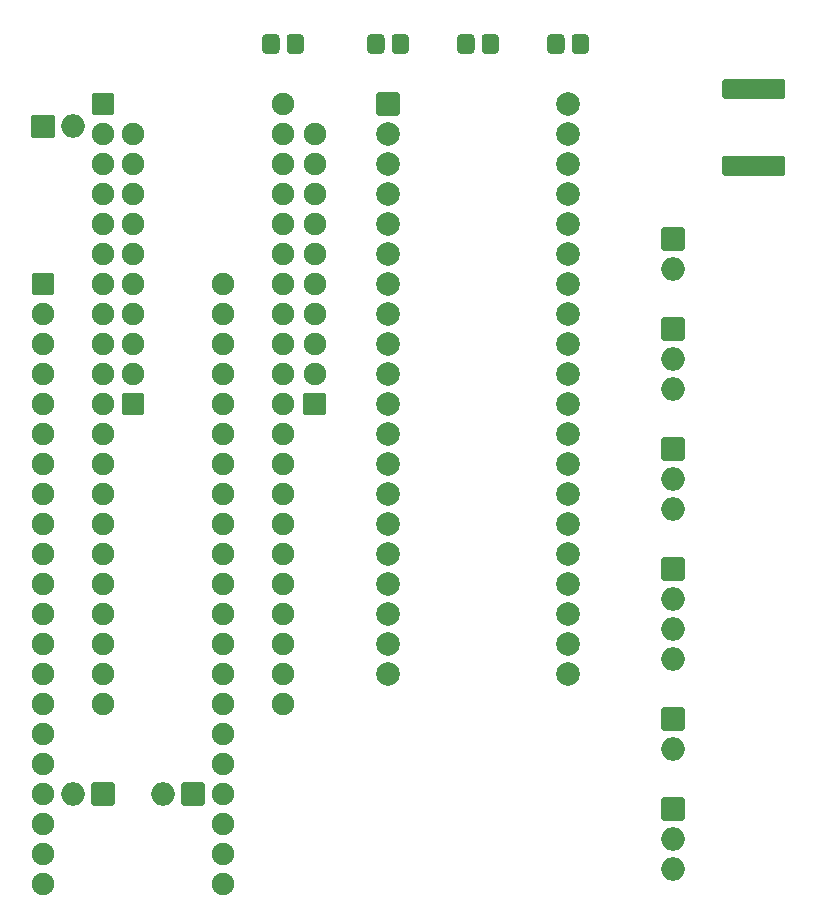
<source format=gbr>
%TF.GenerationSoftware,KiCad,Pcbnew,(5.1.9)-1*%
%TF.CreationDate,2021-09-04T20:40:44+01:00*%
%TF.ProjectId,Blue Pill Kickstart Switcher,426c7565-2050-4696-9c6c-204b69636b73,1*%
%TF.SameCoordinates,Original*%
%TF.FileFunction,Soldermask,Top*%
%TF.FilePolarity,Negative*%
%FSLAX46Y46*%
G04 Gerber Fmt 4.6, Leading zero omitted, Abs format (unit mm)*
G04 Created by KiCad (PCBNEW (5.1.9)-1) date 2021-09-04 20:40:44*
%MOMM*%
%LPD*%
G01*
G04 APERTURE LIST*
%ADD10O,1.900000X1.900000*%
%ADD11O,2.000000X2.000000*%
%ADD12C,2.000000*%
%ADD13C,1.700000*%
G04 APERTURE END LIST*
%TO.C,D4*%
G36*
G01*
X140000000Y-71654784D02*
X140000000Y-70585216D01*
G75*
G02*
X140315216Y-70270000I315216J0D01*
G01*
X141134784Y-70270000D01*
G75*
G02*
X141450000Y-70585216I0J-315216D01*
G01*
X141450000Y-71654784D01*
G75*
G02*
X141134784Y-71970000I-315216J0D01*
G01*
X140315216Y-71970000D01*
G75*
G02*
X140000000Y-71654784I0J315216D01*
G01*
G37*
G36*
G01*
X137950000Y-71654784D02*
X137950000Y-70585216D01*
G75*
G02*
X138265216Y-70270000I315216J0D01*
G01*
X139084784Y-70270000D01*
G75*
G02*
X139400000Y-70585216I0J-315216D01*
G01*
X139400000Y-71654784D01*
G75*
G02*
X139084784Y-71970000I-315216J0D01*
G01*
X138265216Y-71970000D01*
G75*
G02*
X137950000Y-71654784I0J315216D01*
G01*
G37*
%TD*%
D10*
%TO.C,RN2*%
X142367000Y-78740000D03*
X142367000Y-81280000D03*
X142367000Y-83820000D03*
X142367000Y-86360000D03*
X142367000Y-88900000D03*
X142367000Y-91440000D03*
X142367000Y-93980000D03*
X142367000Y-96520000D03*
X142367000Y-99060000D03*
G36*
G01*
X143167000Y-102550000D02*
X141567000Y-102550000D01*
G75*
G02*
X141417000Y-102400000I0J150000D01*
G01*
X141417000Y-100800000D01*
G75*
G02*
X141567000Y-100650000I150000J0D01*
G01*
X143167000Y-100650000D01*
G75*
G02*
X143317000Y-100800000I0J-150000D01*
G01*
X143317000Y-102400000D01*
G75*
G02*
X143167000Y-102550000I-150000J0D01*
G01*
G37*
%TD*%
%TO.C,RN1*%
G36*
G01*
X127800000Y-102550000D02*
X126200000Y-102550000D01*
G75*
G02*
X126050000Y-102400000I0J150000D01*
G01*
X126050000Y-100800000D01*
G75*
G02*
X126200000Y-100650000I150000J0D01*
G01*
X127800000Y-100650000D01*
G75*
G02*
X127950000Y-100800000I0J-150000D01*
G01*
X127950000Y-102400000D01*
G75*
G02*
X127800000Y-102550000I-150000J0D01*
G01*
G37*
X127000000Y-99060000D03*
X127000000Y-96520000D03*
X127000000Y-93980000D03*
X127000000Y-91440000D03*
X127000000Y-88900000D03*
X127000000Y-86360000D03*
X127000000Y-83820000D03*
X127000000Y-81280000D03*
X127000000Y-78740000D03*
%TD*%
D11*
%TO.C,J9*%
X129540000Y-134620000D03*
G36*
G01*
X131230000Y-133620000D02*
X132930000Y-133620000D01*
G75*
G02*
X133080000Y-133770000I0J-150000D01*
G01*
X133080000Y-135470000D01*
G75*
G02*
X132930000Y-135620000I-150000J0D01*
G01*
X131230000Y-135620000D01*
G75*
G02*
X131080000Y-135470000I0J150000D01*
G01*
X131080000Y-133770000D01*
G75*
G02*
X131230000Y-133620000I150000J0D01*
G01*
G37*
%TD*%
%TO.C,J8*%
X121920000Y-134620000D03*
G36*
G01*
X123610000Y-133620000D02*
X125310000Y-133620000D01*
G75*
G02*
X125460000Y-133770000I0J-150000D01*
G01*
X125460000Y-135470000D01*
G75*
G02*
X125310000Y-135620000I-150000J0D01*
G01*
X123610000Y-135620000D01*
G75*
G02*
X123460000Y-135470000I0J150000D01*
G01*
X123460000Y-133770000D01*
G75*
G02*
X123610000Y-133620000I150000J0D01*
G01*
G37*
%TD*%
%TO.C,D3*%
G36*
G01*
X164130000Y-71654784D02*
X164130000Y-70585216D01*
G75*
G02*
X164445216Y-70270000I315216J0D01*
G01*
X165264784Y-70270000D01*
G75*
G02*
X165580000Y-70585216I0J-315216D01*
G01*
X165580000Y-71654784D01*
G75*
G02*
X165264784Y-71970000I-315216J0D01*
G01*
X164445216Y-71970000D01*
G75*
G02*
X164130000Y-71654784I0J315216D01*
G01*
G37*
G36*
G01*
X162080000Y-71654784D02*
X162080000Y-70585216D01*
G75*
G02*
X162395216Y-70270000I315216J0D01*
G01*
X163214784Y-70270000D01*
G75*
G02*
X163530000Y-70585216I0J-315216D01*
G01*
X163530000Y-71654784D01*
G75*
G02*
X163214784Y-71970000I-315216J0D01*
G01*
X162395216Y-71970000D01*
G75*
G02*
X162080000Y-71654784I0J315216D01*
G01*
G37*
%TD*%
%TO.C,D2*%
G36*
G01*
X156510000Y-71654784D02*
X156510000Y-70585216D01*
G75*
G02*
X156825216Y-70270000I315216J0D01*
G01*
X157644784Y-70270000D01*
G75*
G02*
X157960000Y-70585216I0J-315216D01*
G01*
X157960000Y-71654784D01*
G75*
G02*
X157644784Y-71970000I-315216J0D01*
G01*
X156825216Y-71970000D01*
G75*
G02*
X156510000Y-71654784I0J315216D01*
G01*
G37*
G36*
G01*
X154460000Y-71654784D02*
X154460000Y-70585216D01*
G75*
G02*
X154775216Y-70270000I315216J0D01*
G01*
X155594784Y-70270000D01*
G75*
G02*
X155910000Y-70585216I0J-315216D01*
G01*
X155910000Y-71654784D01*
G75*
G02*
X155594784Y-71970000I-315216J0D01*
G01*
X154775216Y-71970000D01*
G75*
G02*
X154460000Y-71654784I0J315216D01*
G01*
G37*
%TD*%
%TO.C,D1*%
G36*
G01*
X148890000Y-71654784D02*
X148890000Y-70585216D01*
G75*
G02*
X149205216Y-70270000I315216J0D01*
G01*
X150024784Y-70270000D01*
G75*
G02*
X150340000Y-70585216I0J-315216D01*
G01*
X150340000Y-71654784D01*
G75*
G02*
X150024784Y-71970000I-315216J0D01*
G01*
X149205216Y-71970000D01*
G75*
G02*
X148890000Y-71654784I0J315216D01*
G01*
G37*
G36*
G01*
X146840000Y-71654784D02*
X146840000Y-70585216D01*
G75*
G02*
X147155216Y-70270000I315216J0D01*
G01*
X147974784Y-70270000D01*
G75*
G02*
X148290000Y-70585216I0J-315216D01*
G01*
X148290000Y-71654784D01*
G75*
G02*
X147974784Y-71970000I-315216J0D01*
G01*
X147155216Y-71970000D01*
G75*
G02*
X146840000Y-71654784I0J315216D01*
G01*
G37*
%TD*%
%TO.C,J6*%
X121920000Y-78105000D03*
G36*
G01*
X120230000Y-79105000D02*
X118530000Y-79105000D01*
G75*
G02*
X118380000Y-78955000I0J150000D01*
G01*
X118380000Y-77255000D01*
G75*
G02*
X118530000Y-77105000I150000J0D01*
G01*
X120230000Y-77105000D01*
G75*
G02*
X120380000Y-77255000I0J-150000D01*
G01*
X120380000Y-78955000D01*
G75*
G02*
X120230000Y-79105000I-150000J0D01*
G01*
G37*
%TD*%
D12*
%TO.C,U3*%
X163830000Y-76200000D03*
G36*
G01*
X147590000Y-77050000D02*
X147590000Y-75350000D01*
G75*
G02*
X147740000Y-75200000I150000J0D01*
G01*
X149440000Y-75200000D01*
G75*
G02*
X149590000Y-75350000I0J-150000D01*
G01*
X149590000Y-77050000D01*
G75*
G02*
X149440000Y-77200000I-150000J0D01*
G01*
X147740000Y-77200000D01*
G75*
G02*
X147590000Y-77050000I0J150000D01*
G01*
G37*
X163830000Y-78740000D03*
X148590000Y-78740000D03*
X163830000Y-81280000D03*
X148590000Y-81280000D03*
X163830000Y-83820000D03*
X148590000Y-83820000D03*
X163830000Y-86360000D03*
X148590000Y-86360000D03*
X163830000Y-88900000D03*
X148590000Y-88900000D03*
X163830000Y-91440000D03*
X148590000Y-91440000D03*
X163830000Y-93980000D03*
X148590000Y-93980000D03*
X163830000Y-96520000D03*
X148590000Y-96520000D03*
X163830000Y-99060000D03*
X148590000Y-99060000D03*
X163830000Y-101600000D03*
X148590000Y-101600000D03*
X163830000Y-104140000D03*
X148590000Y-104140000D03*
X163830000Y-106680000D03*
X148590000Y-106680000D03*
X163830000Y-109220000D03*
X148590000Y-109220000D03*
X163830000Y-111760000D03*
X148590000Y-111760000D03*
X163830000Y-114300000D03*
X148590000Y-114300000D03*
X163830000Y-116840000D03*
X148590000Y-116840000D03*
X163830000Y-119380000D03*
X148590000Y-119380000D03*
X163830000Y-121920000D03*
X148590000Y-121920000D03*
X163830000Y-124460000D03*
X148590000Y-124460000D03*
%TD*%
D11*
%TO.C,J7*%
X172720000Y-130810000D03*
G36*
G01*
X171720000Y-129120000D02*
X171720000Y-127420000D01*
G75*
G02*
X171870000Y-127270000I150000J0D01*
G01*
X173570000Y-127270000D01*
G75*
G02*
X173720000Y-127420000I0J-150000D01*
G01*
X173720000Y-129120000D01*
G75*
G02*
X173570000Y-129270000I-150000J0D01*
G01*
X171870000Y-129270000D01*
G75*
G02*
X171720000Y-129120000I0J150000D01*
G01*
G37*
%TD*%
%TO.C,J5*%
X172720000Y-140970000D03*
X172720000Y-138430000D03*
G36*
G01*
X171720000Y-136740000D02*
X171720000Y-135040000D01*
G75*
G02*
X171870000Y-134890000I150000J0D01*
G01*
X173570000Y-134890000D01*
G75*
G02*
X173720000Y-135040000I0J-150000D01*
G01*
X173720000Y-136740000D01*
G75*
G02*
X173570000Y-136890000I-150000J0D01*
G01*
X171870000Y-136890000D01*
G75*
G02*
X171720000Y-136740000I0J150000D01*
G01*
G37*
%TD*%
%TO.C,J4*%
X172720000Y-123190000D03*
X172720000Y-120650000D03*
X172720000Y-118110000D03*
G36*
G01*
X171720000Y-116420000D02*
X171720000Y-114720000D01*
G75*
G02*
X171870000Y-114570000I150000J0D01*
G01*
X173570000Y-114570000D01*
G75*
G02*
X173720000Y-114720000I0J-150000D01*
G01*
X173720000Y-116420000D01*
G75*
G02*
X173570000Y-116570000I-150000J0D01*
G01*
X171870000Y-116570000D01*
G75*
G02*
X171720000Y-116420000I0J150000D01*
G01*
G37*
%TD*%
%TO.C,J3*%
X172720000Y-110490000D03*
X172720000Y-107950000D03*
G36*
G01*
X171720000Y-106260000D02*
X171720000Y-104560000D01*
G75*
G02*
X171870000Y-104410000I150000J0D01*
G01*
X173570000Y-104410000D01*
G75*
G02*
X173720000Y-104560000I0J-150000D01*
G01*
X173720000Y-106260000D01*
G75*
G02*
X173570000Y-106410000I-150000J0D01*
G01*
X171870000Y-106410000D01*
G75*
G02*
X171720000Y-106260000I0J150000D01*
G01*
G37*
%TD*%
%TO.C,J2*%
X172720000Y-100330000D03*
X172720000Y-97790000D03*
G36*
G01*
X171720000Y-96100000D02*
X171720000Y-94400000D01*
G75*
G02*
X171870000Y-94250000I150000J0D01*
G01*
X173570000Y-94250000D01*
G75*
G02*
X173720000Y-94400000I0J-150000D01*
G01*
X173720000Y-96100000D01*
G75*
G02*
X173570000Y-96250000I-150000J0D01*
G01*
X171870000Y-96250000D01*
G75*
G02*
X171720000Y-96100000I0J150000D01*
G01*
G37*
%TD*%
%TO.C,J1*%
X172720000Y-90170000D03*
G36*
G01*
X171720000Y-88480000D02*
X171720000Y-86780000D01*
G75*
G02*
X171870000Y-86630000I150000J0D01*
G01*
X173570000Y-86630000D01*
G75*
G02*
X173720000Y-86780000I0J-150000D01*
G01*
X173720000Y-88480000D01*
G75*
G02*
X173570000Y-88630000I-150000J0D01*
G01*
X171870000Y-88630000D01*
G75*
G02*
X171720000Y-88480000I0J150000D01*
G01*
G37*
%TD*%
%TO.C,B1*%
G36*
G01*
X177050000Y-80580000D02*
X182050000Y-80580000D01*
G75*
G02*
X182200000Y-80730000I0J-150000D01*
G01*
X182200000Y-82130000D01*
G75*
G02*
X182050000Y-82280000I-150000J0D01*
G01*
X177050000Y-82280000D01*
G75*
G02*
X176900000Y-82130000I0J150000D01*
G01*
X176900000Y-80730000D01*
G75*
G02*
X177050000Y-80580000I150000J0D01*
G01*
G37*
G36*
G01*
X177050000Y-74080000D02*
X182050000Y-74080000D01*
G75*
G02*
X182200000Y-74230000I0J-150000D01*
G01*
X182200000Y-75630000D01*
G75*
G02*
X182050000Y-75780000I-150000J0D01*
G01*
X177050000Y-75780000D01*
G75*
G02*
X176900000Y-75630000I0J150000D01*
G01*
X176900000Y-74230000D01*
G75*
G02*
X177050000Y-74080000I150000J0D01*
G01*
G37*
D13*
X177800000Y-81430000D03*
X177800000Y-74930000D03*
%TD*%
D10*
%TO.C,U2*%
X139700000Y-76200000D03*
X124460000Y-127000000D03*
X139700000Y-78740000D03*
X124460000Y-124460000D03*
X139700000Y-81280000D03*
X124460000Y-121920000D03*
X139700000Y-83820000D03*
X124460000Y-119380000D03*
X139700000Y-86360000D03*
X124460000Y-116840000D03*
X139700000Y-88900000D03*
X124460000Y-114300000D03*
X139700000Y-91440000D03*
X124460000Y-111760000D03*
X139700000Y-93980000D03*
X124460000Y-109220000D03*
X139700000Y-96520000D03*
X124460000Y-106680000D03*
X139700000Y-99060000D03*
X124460000Y-104140000D03*
X139700000Y-101600000D03*
X124460000Y-101600000D03*
X139700000Y-104140000D03*
X124460000Y-99060000D03*
X139700000Y-106680000D03*
X124460000Y-96520000D03*
X139700000Y-109220000D03*
X124460000Y-93980000D03*
X139700000Y-111760000D03*
X124460000Y-91440000D03*
X139700000Y-114300000D03*
X124460000Y-88900000D03*
X139700000Y-116840000D03*
X124460000Y-86360000D03*
X139700000Y-119380000D03*
X124460000Y-83820000D03*
X139700000Y-121920000D03*
X124460000Y-81280000D03*
X139700000Y-124460000D03*
X124460000Y-78740000D03*
X139700000Y-127000000D03*
G36*
G01*
X123510000Y-77000000D02*
X123510000Y-75400000D01*
G75*
G02*
X123660000Y-75250000I150000J0D01*
G01*
X125260000Y-75250000D01*
G75*
G02*
X125410000Y-75400000I0J-150000D01*
G01*
X125410000Y-77000000D01*
G75*
G02*
X125260000Y-77150000I-150000J0D01*
G01*
X123660000Y-77150000D01*
G75*
G02*
X123510000Y-77000000I0J150000D01*
G01*
G37*
%TD*%
%TO.C,U1*%
X134620000Y-91440000D03*
X119380000Y-142240000D03*
X134620000Y-93980000D03*
X119380000Y-139700000D03*
X134620000Y-96520000D03*
X119380000Y-137160000D03*
X134620000Y-99060000D03*
X119380000Y-134620000D03*
X134620000Y-101600000D03*
X119380000Y-132080000D03*
X134620000Y-104140000D03*
X119380000Y-129540000D03*
X134620000Y-106680000D03*
X119380000Y-127000000D03*
X134620000Y-109220000D03*
X119380000Y-124460000D03*
X134620000Y-111760000D03*
X119380000Y-121920000D03*
X134620000Y-114300000D03*
X119380000Y-119380000D03*
X134620000Y-116840000D03*
X119380000Y-116840000D03*
X134620000Y-119380000D03*
X119380000Y-114300000D03*
X134620000Y-121920000D03*
X119380000Y-111760000D03*
X134620000Y-124460000D03*
X119380000Y-109220000D03*
X134620000Y-127000000D03*
X119380000Y-106680000D03*
X134620000Y-129540000D03*
X119380000Y-104140000D03*
X134620000Y-132080000D03*
X119380000Y-101600000D03*
X134620000Y-134620000D03*
X119380000Y-99060000D03*
X134620000Y-137160000D03*
X119380000Y-96520000D03*
X134620000Y-139700000D03*
X119380000Y-93980000D03*
X134620000Y-142240000D03*
G36*
G01*
X118430000Y-92240000D02*
X118430000Y-90640000D01*
G75*
G02*
X118580000Y-90490000I150000J0D01*
G01*
X120180000Y-90490000D01*
G75*
G02*
X120330000Y-90640000I0J-150000D01*
G01*
X120330000Y-92240000D01*
G75*
G02*
X120180000Y-92390000I-150000J0D01*
G01*
X118580000Y-92390000D01*
G75*
G02*
X118430000Y-92240000I0J150000D01*
G01*
G37*
%TD*%
M02*

</source>
